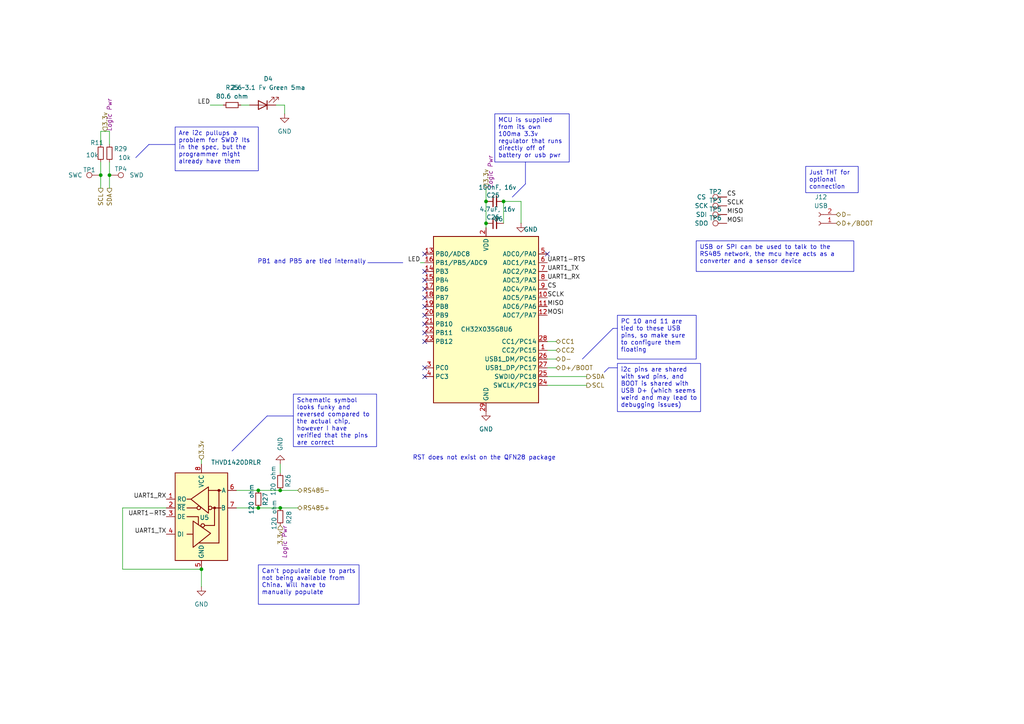
<source format=kicad_sch>
(kicad_sch (version 20250114) (generator "eeschema") (generator_version "9.0")
  (paper "A4")
  (title_block (title "Klipper-To-CACKLE") (date "2025-04-05") (rev "V1") (company "Author: Asher Edwards") (comment 1 "Licensed under CERN-OHL-S"))
  (lib_symbols
    (symbol "Connector:Conn_01x02_Socket" (pin_names (offset 1.016) (hide yes))
      (property "Reference" "J" (at 0 2.54 0))
      (property "Value" "Conn_01x02_Socket" (at 0 -5.08 0))
      (symbol "Conn_01x02_Socket_1_1"
        (polyline (pts (xy -1.27 0) (xy -0.508 0)) (stroke (width 0.1524)))
        (polyline (pts (xy -1.27 -2.54) (xy -0.508 -2.54)) (stroke (width 0.1524)))
        (arc (start 0 -0.508) (mid -0.5058 0) (end 0 0.508) (stroke (width 0.1524)))
        (arc (start 0 -3.048) (mid -0.5058 -2.54) (end 0 -2.032) (stroke (width 0.1524)))
        (pin passive line (at -5.08 0 0) (length 3.81) (name "Pin_1") (number "1"))
        (pin passive line (at -5.08 -2.54 0) (length 3.81) (name "Pin_2") (number "2"))
      )
    )
    (symbol "Connector:TestPoint" (pin_numbers (hide yes)) (pin_names (offset 0.762) (hide yes))
      (property "Reference" "TP" (at 0 6.858 0))
      (property "Value" "TestPoint" (at 0 5.08 0))
      (symbol "TestPoint_0_1"
        (circle (center 0 3.302) (radius 0.762))
      )
      (symbol "TestPoint_1_1"
        (pin passive line (at 0 0 90) (length 2.54) (name "1") (number "1"))
      )
    )
    (symbol "Device:C_Small" (pin_numbers (hide yes)) (pin_names (offset 0.254) (hide yes))
      (property "Reference" "C" (at 0.254 1.778 0))
      (property "Value" "C_Small" (at 0.254 -2.032 0))
      (symbol "C_Small_0_1"
        (polyline (pts (xy -1.524 0.508) (xy 1.524 0.508)) (stroke (width 0.3048)))
        (polyline (pts (xy -1.524 -0.508) (xy 1.524 -0.508)) (stroke (width 0.3302)))
      )
      (symbol "C_Small_1_1"
        (pin passive line (at 0 2.54 270) (length 2.032) (name "~") (number "1"))
        (pin passive line (at 0 -2.54 90) (length 2.032) (name "~") (number "2"))
      )
    )
    (symbol "Device:LED" (pin_numbers (hide yes)) (pin_names (offset 1.016) (hide yes))
      (property "Reference" "D" (at 0 2.54 0))
      (property "Value" "LED" (at 0 -2.54 0))
      (symbol "LED_0_1"
        (polyline (pts (xy -3.048 -0.762) (xy -4.572 -2.286) (xy -3.81 -2.286) (xy -4.572 -2.286) (xy -4.572 -1.524)))
        (polyline (pts (xy -1.778 -0.762) (xy -3.302 -2.286) (xy -2.54 -2.286) (xy -3.302 -2.286) (xy -3.302 -1.524)))
        (polyline (pts (xy -1.27 0) (xy 1.27 0)))
        (polyline (pts (xy -1.27 -1.27) (xy -1.27 1.27)) (stroke (width 0.254)))
        (polyline (pts (xy 1.27 -1.27) (xy 1.27 1.27) (xy -1.27 0) (xy 1.27 -1.27)) (stroke (width 0.254)))
      )
      (symbol "LED_1_1"
        (pin passive line (at -3.81 0 0) (length 2.54) (name "K") (number "1"))
        (pin passive line (at 3.81 0 180) (length 2.54) (name "A") (number "2"))
      )
    )
    (symbol "Device:R_Small" (pin_numbers (hide yes)) (pin_names (offset 0.254) (hide yes))
      (property "Reference" "R" (at 0.762 0.508 0))
      (property "Value" "R_Small" (at 0.762 -1.016 0))
      (symbol "R_Small_0_1"
        (rectangle (start -0.762 1.778) (end 0.762 -1.778) (stroke (width 0.2032)))
      )
      (symbol "R_Small_1_1"
        (pin passive line (at 0 2.54 270) (length 0.762) (name "~") (number "1"))
        (pin passive line (at 0 -2.54 90) (length 0.762) (name "~") (number "2"))
      )
    )
    (symbol "Interface_UART:THVD1420D"
      (property "Reference" "U" (at -6.096 11.43 0))
      (property "Value" "THVD1420D" (at 0.762 11.43 0))
      (symbol "THVD1420D_0_1"
        (rectangle (start -7.62 12.7) (end 7.62 -12.7) (stroke (width 0.254)) (fill (type background)))
        (polyline (pts (xy -4.191 2.54) (xy -1.27 2.54)) (stroke (width 0.254)))
        (polyline (pts (xy -4.191 0) (xy -0.889 0) (xy -0.889 -2.286)) (stroke (width 0.254)))
        (polyline (pts (xy -3.175 5.08) (xy -4.191 5.08) (xy -4.064 5.08)) (stroke (width 0.254)))
        (polyline (pts (xy -2.54 -5.08) (xy -4.191 -5.08)) (stroke (width 0.254)))
        (polyline (pts (xy -2.413 -5.08) (xy -2.413 -1.27) (xy 2.667 -4.826) (xy -2.413 -8.89) (xy -2.413 -5.08)) (stroke (width 0.254)))
        (polyline (pts (xy -0.635 -7.62) (xy 5.08 -7.62)) (stroke (width 0.254)))
        (circle (center 0.381 -2.54) (radius 0.508) (stroke (width 0.254)))
        (polyline (pts (xy 0.889 -2.54) (xy 3.81 -2.54)) (stroke (width 0.254)))
        (polyline (pts (xy 2.032 7.62) (xy 5.715 7.62)) (stroke (width 0.254)))
        (polyline (pts (xy 3.048 2.54) (xy 5.715 2.54)) (stroke (width 0.254)))
        (circle (center 3.81 2.54) (radius 0.2794) (stroke (width 0.254)) (fill (type outline)))
        (polyline (pts (xy 3.81 -2.54) (xy 3.81 2.54)) (stroke (width 0.254)))
        (polyline (pts (xy 5.08 -7.62) (xy 5.08 7.62)) (stroke (width 0.254)))
      )
      (symbol "THVD1420D_1_1"
        (circle (center -0.762 2.54) (radius 0.508) (stroke (width 0.254)))
        (polyline (pts (xy 2.032 4.826) (xy 2.032 8.636) (xy -3.048 5.08) (xy 2.032 1.016) (xy 2.032 4.826)) (stroke (width 0.254)))
        (circle (center 2.54 2.54) (radius 0.508) (stroke (width 0.254)))
        (circle (center 5.08 7.62) (radius 0.2794) (stroke (width 0.254)) (fill (type outline)))
        (pin output line (at -10.16 5.08 0) (length 2.54) (name "RO") (number "1"))
        (pin input line (at -10.16 2.54 0) (length 2.54) (name "~{RE}") (number "2"))
        (pin input line (at -10.16 0 0) (length 2.54) (name "DE") (number "3"))
        (pin input line (at -10.16 -5.08 0) (length 2.54) (name "DI") (number "4"))
        (pin power_in line (at 0 15.24 270) (length 2.54) (name "VCC") (number "8"))
        (pin power_in line (at 0 -15.24 90) (length 2.54) (name "GND") (number "5"))
        (pin bidirectional line (at 10.16 7.62 180) (length 2.54) (name "A") (number "6"))
        (pin bidirectional line (at 10.16 2.54 180) (length 2.54) (name "B") (number "7"))
      )
    )
    (symbol "power:GND" (power) (pin_numbers (hide yes)) (pin_names (offset 0) (hide yes))
      (property "Value" "GND" (at 0 -3.81 0))
      (symbol "GND_0_1"
        (polyline (pts (xy 0 0) (xy 0 -1.27) (xy 1.27 -1.27) (xy 0 -2.54) (xy -1.27 -1.27) (xy 0 -1.27)))
      )
      (symbol "GND_1_1"
        (pin power_in line (at 0 0 270) (length 0) (name "~") (number "1"))
      )
    )
    (symbol "wch_mcu:CH32X035G8U6"
      (property "Reference" "U" (at -5.08 -30.48 0))
      (property "Value" "CH32X035G8U6" (at 10.16 -30.48 0))
      (symbol "CH32X035G8U6_0_1"
        (rectangle (start -15.24 22.86) (end 15.24 -25.4) (stroke (width 0.254)) (fill (type background)))
      )
      (symbol "CH32X035G8U6_1_1"
        (pin bidirectional line (at -17.78 17.78 0) (length 2.54) (name "PB0/ADC8") (number "13"))
        (pin bidirectional line (at -17.78 15.24 0) (length 2.54) (name "PB1/PB5/ADC9") (number "16"))
        (pin bidirectional line (at -17.78 12.7 0) (length 2.54) (name "PB3") (number "14"))
        (pin bidirectional line (at -17.78 10.16 0) (length 2.54) (name "PB4") (number "15"))
        (pin bidirectional line (at -17.78 7.62 0) (length 2.54) (name "PB6") (number "17"))
        (pin bidirectional line (at -17.78 5.08 0) (length 2.54) (name "PB7") (number "18"))
        (pin bidirectional line (at -17.78 2.54 0) (length 2.54) (name "PB8") (number "19"))
        (pin bidirectional line (at -17.78 0 0) (length 2.54) (name "PB9") (number "20"))
        (pin bidirectional line (at -17.78 -2.54 0) (length 2.54) (name "PB10") (number "21"))
        (pin bidirectional line (at -17.78 -5.08 0) (length 2.54) (name "PB11") (number "22"))
        (pin bidirectional line (at -17.78 -7.62 0) (length 2.54) (name "PB12") (number "23"))
        (pin bidirectional line (at -17.78 -15.24 0) (length 2.54) (name "PC0") (number "3"))
        (pin bidirectional line (at -17.78 -17.78 0) (length 2.54) (name "PC3") (number "4"))
        (pin power_in line (at 0 25.4 270) (length 2.54) (name "VDD") (number "2"))
        (pin power_in line (at 0 -27.94 90) (length 2.54) (name "GND") (number "29"))
        (pin bidirectional line (at 17.78 17.78 180) (length 2.54) (name "ADC0/PA0") (number "5"))
        (pin bidirectional line (at 17.78 15.24 180) (length 2.54) (name "ADC1/PA1") (number "6"))
        (pin bidirectional line (at 17.78 12.7 180) (length 2.54) (name "ADC2/PA2") (number "7"))
        (pin bidirectional line (at 17.78 10.16 180) (length 2.54) (name "ADC3/PA3") (number "8"))
        (pin bidirectional line (at 17.78 7.62 180) (length 2.54) (name "ADC4/PA4") (number "9"))
        (pin bidirectional line (at 17.78 5.08 180) (length 2.54) (name "ADC5/PA5") (number "10"))
        (pin bidirectional line (at 17.78 2.54 180) (length 2.54) (name "ADC6/PA6") (number "11"))
        (pin bidirectional line (at 17.78 0 180) (length 2.54) (name "ADC7/PA7") (number "12"))
        (pin bidirectional line (at 17.78 -7.62 180) (length 2.54) (name "CC1/PC14") (number "28"))
        (pin bidirectional line (at 17.78 -10.16 180) (length 2.54) (name "CC2/PC15") (number "1"))
        (pin bidirectional line (at 17.78 -12.7 180) (length 2.54) (name "USB1_DM/PC16") (number "26"))
        (pin bidirectional line (at 17.78 -15.24 180) (length 2.54) (name "USB1_DP/PC17") (number "27"))
        (pin bidirectional line (at 17.78 -17.78 180) (length 2.54) (name "SWDIO/PC18") (number "25"))
        (pin bidirectional line (at 17.78 -20.32 180) (length 2.54) (name "SWCLK/PC19") (number "24"))
      )
    )
  )
  (text "RST does not exist on the QFN28 package" (at 140.462 132.842 0) (effects (font (size 1.27 1.27))))
  (text "PB1 and PB5 are tied internally" (at 90.424 75.946 0) (effects (font (size 1.27 1.27))))
  (text_box "i2c pins are shared with swd pins, and BOOT is shared with USB D+ (which seems weird and may lead to debugging issues)" (at 179.07 105.41 0) (size 24.13 13.97) (margins 0.9525 0.9525 0.9525 0.9525) (effects (font (size 1.27 1.27)) (justify left top)))
  (text_box "MCU is supplied from its own 100ma 3.3v regulator that runs directly off of battery or usb pwr" (at 143.51 33.02 0) (size 21.59 13.97) (margins 0.9525 0.9525 0.9525 0.9525) (effects (font (size 1.27 1.27)) (justify left top)))
  (text_box "USB or SPI can be used to talk to the RS485 network, the mcu here acts as a converter and a sensor device" (at 201.93 69.85 0) (size 45.72 8.89) (margins 0.9525 0.9525 0.9525 0.9525) (effects (font (size 1.27 1.27)) (justify left top)))
  (text_box "Just THT for optional connection" (at 233.68 48.26 0) (size 15.24 7.62) (margins 0.9525 0.9525 0.9525 0.9525) (effects (font (size 1.27 1.27)) (justify left top)))
  (text_box "PC 10 and 11 are tied to these USB pins, so make sure to configure them floating" (at 179.07 91.44 0) (size 22.86 12.7) (margins 0.9525 0.9525 0.9525 0.9525) (effects (font (size 1.27 1.27)) (justify left top)))
  (text_box "Can't populate due to parts not being available from China. Will have to manually populate" (at 74.93 163.83 0) (size 29.21 11.43) (margins 0.9525 0.9525 0.9525 0.9525) (effects (font (size 1.27 1.27)) (justify left top)))
  (text_box "Schematic symbol looks funky and reversed compared to the actual chip, however I have verified that the pins are correct" (at 85.09 114.3 0) (size 24.13 15.24) (margins 0.9525 0.9525 0.9525 0.9525) (effects (font (size 1.27 1.27)) (justify left top)))
  (text_box "Are i2c pullups a problem for SWD? Its in the spec, but the programmer might already have them" (at 50.8 36.83 0) (size 24.13 12.7) (margins 0.9525 0.9525 0.9525 0.9525) (effects (font (size 1.27 1.27)) (justify left top)))
  (junction (at 81.28 142.24))
  (junction (at 58.42 165.1))
  (junction (at 140.97 64.77))
  (junction (at 81.28 147.32))
  (junction (at 31.75 50.8))
  (junction (at 74.93 147.32))
  (junction (at 140.97 58.42))
  (junction (at 146.05 58.42))
  (junction (at 29.21 50.8))
  (junction (at 74.93 142.24))
  (no_connect (at 123.19 73.66))
  (no_connect (at 123.19 81.28))
  (no_connect (at 123.19 78.74))
  (no_connect (at 123.19 109.22))
  (no_connect (at 123.19 91.44))
  (no_connect (at 123.19 83.82))
  (no_connect (at 123.19 106.68))
  (no_connect (at 123.19 86.36))
  (no_connect (at 123.19 88.9))
  (no_connect (at 123.19 96.52))
  (no_connect (at 123.19 93.98))
  (no_connect (at 123.19 99.06))
  (no_connect (at 158.75 73.66))
  (polyline (pts (xy 67.31 130.81) (xy 77.47 120.65)))
  (polyline (pts (xy 106.68 76.2) (xy 116.84 76.2)))
  (wire (pts (xy 140.97 58.42) (xy 140.97 64.77)))
  (wire (pts (xy 58.42 170.18) (xy 58.42 165.1)))
  (wire (pts (xy 58.42 133.35) (xy 58.42 134.62)))
  (wire (pts (xy 158.75 109.22) (xy 170.18 109.22)))
  (wire (pts (xy 81.28 147.32) (xy 86.36 147.32)))
  (wire (pts (xy 29.21 38.1) (xy 31.75 38.1)))
  (wire (pts (xy 151.13 58.42) (xy 146.05 58.42)))
  (wire (pts (xy 80.01 30.48) (xy 82.55 30.48)))
  (polyline (pts (xy 152.4 46.99) (xy 152.4 53.34)))
  (wire (pts (xy 60.96 30.48) (xy 64.77 30.48)))
  (polyline (pts (xy 175.26 107.95) (xy 176.53 106.68)))
  (wire (pts (xy 31.75 41.91) (xy 31.75 38.1)))
  (wire (pts (xy 29.21 50.8) (xy 29.21 54.61)))
  (wire (pts (xy 82.55 30.48) (xy 82.55 33.02)))
  (wire (pts (xy 74.93 142.24) (xy 68.58 142.24)))
  (wire (pts (xy 161.29 104.14) (xy 158.75 104.14)))
  (polyline (pts (xy 148.59 57.15) (xy 152.4 53.34)))
  (wire (pts (xy 35.56 165.1) (xy 58.42 165.1)))
  (wire (pts (xy 48.26 147.32) (xy 35.56 147.32)))
  (polyline (pts (xy 50.8 41.91) (xy 43.18 41.91)))
  (wire (pts (xy 81.28 134.62) (xy 81.28 137.16)))
  (polyline (pts (xy 179.07 95.25) (xy 177.8 95.25)))
  (wire (pts (xy 29.21 50.8) (xy 29.21 46.99)))
  (polyline (pts (xy 168.91 104.14) (xy 177.8 95.25)))
  (polyline (pts (xy 85.09 120.65) (xy 77.47 120.65)))
  (wire (pts (xy 146.05 58.42) (xy 146.05 64.77)))
  (polyline (pts (xy 179.07 106.68) (xy 176.53 106.68)))
  (wire (pts (xy 31.75 50.8) (xy 31.75 46.99)))
  (wire (pts (xy 158.75 111.76) (xy 170.18 111.76)))
  (wire (pts (xy 140.97 54.61) (xy 140.97 58.42)))
  (wire (pts (xy 161.29 106.68) (xy 158.75 106.68)))
  (wire (pts (xy 151.13 64.77) (xy 151.13 58.42)))
  (wire (pts (xy 121.92 76.2) (xy 123.19 76.2)))
  (wire (pts (xy 74.93 147.32) (xy 68.58 147.32)))
  (wire (pts (xy 69.85 30.48) (xy 72.39 30.48)))
  (wire (pts (xy 161.29 101.6) (xy 158.75 101.6)))
  (wire (pts (xy 161.29 99.06) (xy 158.75 99.06)))
  (wire (pts (xy 74.93 147.32) (xy 81.28 147.32)))
  (wire (pts (xy 140.97 64.77) (xy 140.97 66.04)))
  (wire (pts (xy 31.75 54.61) (xy 31.75 50.8)))
  (wire (pts (xy 29.21 38.1) (xy 29.21 41.91)))
  (wire (pts (xy 81.28 142.24) (xy 86.36 142.24)))
  (wire (pts (xy 35.56 147.32) (xy 35.56 165.1)))
  (polyline (pts (xy 39.37 45.72) (xy 43.18 41.91)))
  (wire (pts (xy 81.28 142.24) (xy 74.93 142.24)))
  (label "MOSI" (at 210.82 64.77 0))
  (label "CS" (at 210.82 57.15 0))
  (label "UART1-RTS" (at 158.75 76.2 0))
  (label "SCLK" (at 158.75 86.36 0))
  (label "SCLK" (at 210.82 59.69 0))
  (label "MOSI" (at 158.75 91.44 0))
  (label "MISO" (at 158.75 88.9 0))
  (label "LED" (at 121.92 76.2 180))
  (label "UART1-RTS" (at 48.26 149.86 180))
  (label "UART1_TX" (at 48.26 154.94 180))
  (label "MISO" (at 210.82 62.23 0))
  (label "UART1_TX" (at 158.75 78.74 0))
  (label "UART1_RX" (at 48.26 144.78 180))
  (label "UART1_RX" (at 158.75 81.28 0))
  (label "CS" (at 158.75 83.82 0))
  (label "LED" (at 60.96 30.48 180))
  (hierarchical_label "3.3v" (shape input) (at 140.97 54.61 90) (property "Netclass" "Logic Pwr" (at 142.24 54.61 90) (effects (font (italic yes)) (justify left))))
  (hierarchical_label "D+{slash}BOOT" (shape bidirectional) (at 161.29 106.68 0))
  (hierarchical_label "SDA" (shape output) (at 170.18 109.22 0))
  (hierarchical_label "CC2" (shape bidirectional) (at 161.29 101.6 0))
  (hierarchical_label "D-" (shape bidirectional) (at 161.29 104.14 0))
  (hierarchical_label "SDA" (shape output) (at 31.75 54.61 270))
  (hierarchical_label "RS485-" (shape bidirectional) (at 86.36 142.24 0))
  (hierarchical_label "SCL" (shape output) (at 170.18 111.76 0))
  (hierarchical_label "RS485+" (shape bidirectional) (at 86.36 147.32 0))
  (hierarchical_label "3.3v" (shape input) (at 58.42 133.35 90))
  (hierarchical_label "D+{slash}BOOT" (shape bidirectional) (at 242.57 64.77 0))
  (hierarchical_label "D-" (shape bidirectional) (at 242.57 62.23 0))
  (hierarchical_label "3.3v" (shape input) (at 81.28 152.4 270) (property "Netclass" "Logic Pwr" (at 82.55 152.4 90) (effects (font (italic yes)) (justify right))))
  (hierarchical_label "3.3v" (shape input) (at 30.48 38.1 90) (property "Netclass" "Logic Pwr" (at 31.75 38.1 90) (effects (font (italic yes)) (justify left))))
  (hierarchical_label "SCL" (shape output) (at 29.21 54.61 270))
  (hierarchical_label "CC1" (shape bidirectional) (at 161.29 99.06 0))
  (symbol (lib_id "Connector:TestPoint") (at 29.21 50.8 90) (unit 1) (in_bom no)
    (property "Reference" "TP1" (at 25.908 49.276 90))
    (property "Value" "SWC" (at 21.844 50.8 90))
    (property "Footprint" "TestPoint:TestPoint_Pad_D1.0mm" (effects (hide yes)))
    (property "Description" "test point" (effects (hide yes)))
  )
  (symbol (lib_id "Device:LED") (at 76.2 30.48 180) (unit 1)
    (property "Reference" "D4" (at 77.7875 22.86 0))
    (property "Value" "2.6~3.1 Fv Green 5ma" (at 77.7875 25.4 0))
    (property "Footprint" "LED_SMD:LED_0603_1608Metric_Pad1.05x0.95mm_HandSolder" (effects (hide yes)))
    (property "Description" "Light emitting diode" (effects (hide yes)))
    (property "LCSC" "C3028858" (effects (hide yes)))
  )
  (symbol (lib_id "Device:R_Small") (at 29.21 44.45 180) (unit 1)
    (property "Reference" "R11" (at 26.162 41.402 0) (effects (justify right)))
    (property "Value" "10k" (at 24.892 44.958 0) (effects (justify right)))
    (property "Footprint" "Resistor_SMD:R_0402_1005Metric" (effects (hide yes)))
    (property "Description" "Resistor, small symbol" (effects (hide yes)))
    (property "LCSC" "C25744" (effects (hide yes)))
  )
  (symbol (lib_id "Device:R_Small") (at 74.93 144.78 0) (unit 1)
    (property "Reference" "R27" (at 76.962 144.78 90))
    (property "Value" "120 ohm" (at 72.898 144.78 90))
    (property "Footprint" "Resistor_SMD:R_0402_1005Metric" (effects (hide yes)))
    (property "Description" "Resistor, small symbol" (effects (hide yes)))
    (property "LCSC" "C25079" (effects (hide yes)))
  )
  (symbol (lib_id "Device:R_Small") (at 81.28 139.7 180) (unit 1)
    (property "Reference" "R26" (at 83.566 139.446 90))
    (property "Value" "120 ohm" (at 79.248 139.446 90))
    (property "Footprint" "Resistor_SMD:R_0402_1005Metric" (effects (hide yes)))
    (property "Description" "Resistor, small symbol" (effects (hide yes)))
    (property "LCSC" "C25079" (effects (hide yes)))
  )
  (symbol (lib_id "Connector:TestPoint") (at 210.82 62.23 90) (unit 1) (in_bom no)
    (property "Reference" "TP5" (at 207.518 60.706 90))
    (property "Value" "SDI" (at 203.454 62.23 90))
    (property "Footprint" "TestPoint:TestPoint_Pad_D1.0mm" (effects (hide yes)))
    (property "Description" "test point" (effects (hide yes)))
  )
  (symbol (lib_id "Connector:TestPoint") (at 210.82 64.77 90) (unit 1) (in_bom no)
    (property "Reference" "TP6" (at 207.518 63.246 90))
    (property "Value" "SDO" (at 203.454 64.77 90))
    (property "Footprint" "TestPoint:TestPoint_Pad_D1.0mm" (effects (hide yes)))
    (property "Description" "test point" (effects (hide yes)))
  )
  (symbol (lib_id "power:GND") (at 151.13 64.77 0) (unit 1)
    (property "Reference" "#PWR033" (effects (hide yes)))
    (property "Value" "GND" (at 153.924 66.548 0))
    (property "Description" "Power symbol creates a global label with name \"GND\" , ground" (effects (hide yes)))
  )
  (symbol (lib_id "Device:R_Small") (at 67.31 30.48 90) (unit 1)
    (property "Reference" "R25" (at 67.31 25.4 90))
    (property "Value" "80.6 ohm" (at 67.31 27.94 90))
    (property "Footprint" "Resistor_SMD:R_0402_1005Metric" (effects (hide yes)))
    (property "Description" "Resistor, small symbol" (effects (hide yes)))
    (property "LCSC" "C185392" (effects (hide yes)))
  )
  (symbol (lib_id "power:GND") (at 81.28 134.62 180) (unit 1)
    (property "Reference" "#PWR036" (effects (hide yes)))
    (property "Value" "GND" (at 81.2801 130.81 90) (effects (justify right)))
    (property "Description" "Power symbol creates a global label with name \"GND\" , ground" (effects (hide yes)))
  )
  (symbol (lib_id "Connector:TestPoint") (at 210.82 57.15 90) (unit 1) (in_bom no)
    (property "Reference" "TP2" (at 207.518 55.626 90))
    (property "Value" "CS" (at 203.454 57.15 90))
    (property "Footprint" "TestPoint:TestPoint_Pad_D1.0mm" (effects (hide yes)))
    (property "Description" "test point" (effects (hide yes)))
  )
  (symbol (lib_id "Connector:TestPoint") (at 210.82 59.69 90) (unit 1) (in_bom no)
    (property "Reference" "TP3" (at 207.518 58.166 90))
    (property "Value" "SCK" (at 203.454 59.69 90))
    (property "Footprint" "TestPoint:TestPoint_Pad_D1.0mm" (effects (hide yes)))
    (property "Description" "test point" (effects (hide yes)))
  )
  (symbol (lib_id "power:GND") (at 82.55 33.02 0) (unit 1)
    (property "Reference" "#PWR031" (effects (hide yes)))
    (property "Value" "GND" (at 82.55 38.1 0))
    (property "Description" "Power symbol creates a global label with name \"GND\" , ground" (effects (hide yes)))
  )
  (symbol (lib_id "Device:C_Small") (at 143.51 58.42 90) (unit 1)
    (property "Reference" "C25" (at 143.002 56.642 90))
    (property "Value" "100nF, 16v" (at 144.272 54.356 90))
    (property "Footprint" "Capacitor_SMD:C_0402_1005Metric" (effects (hide yes)))
    (property "Description" "Unpolarized capacitor, small symbol" (effects (hide yes)))
    (property "LCSC" "C1525" (effects (hide yes)))
  )
  (symbol (lib_id "wch_mcu:CH32X035G8U6") (at 140.97 91.44 0) (unit 1)
    (property "Reference" "U6" (at 143.1641 63.5 0) (effects (justify left)))
    (property "Value" "CH32X035G8U6" (at 133.604 95.504 0) (effects (justify left)))
    (property "Footprint" "Package_DFN_QFN:QFN-28-1EP_4x4mm_P0.4mm_EP2.8x2.8mm" (effects (hide yes)))
    (property "LCSC" "C7437027" (effects (hide yes)))
    (property "Rotation Offset" "180" (effects (hide yes)))
  )
  (symbol (lib_id "Interface_UART:THVD1420D") (at 58.42 149.86 0) (unit 1)
    (property "Reference" "U5" (at 57.912 150.114 0) (effects (justify left)))
    (property "Value" "THVD1420DRLR" (at 61.214 134.112 0) (effects (justify left)))
    (property "Footprint" "Package_TO_SOT_SMD:SOT-583-8" (effects (hide yes)))
    (property "Datasheet" "https://www.ti.com/lit/ds/symlink/thvd1420.pdf" (effects (hide yes)))
    (property "Description" "Half duplex RS-485/RS-422, 12 Mbps, 3V - 5.5V supply, ±12kV electro-static discharge (ESD) protection, with receiver/driver enable, 32 receiver drive capacity, SOIC-8" (effects (hide yes)))
  )
  (symbol (lib_id "Connector:TestPoint") (at 31.75 50.8 270) (unit 1) (in_bom no)
    (property "Reference" "TP4" (at 35.052 49.022 90))
    (property "Value" "SWD" (at 39.624 50.8 90))
    (property "Footprint" "TestPoint:TestPoint_Pad_D1.0mm" (effects (hide yes)))
    (property "Description" "test point" (effects (hide yes)))
  )
  (symbol (lib_id "power:GND") (at 58.42 170.18 0) (unit 1)
    (property "Reference" "#PWR034" (effects (hide yes)))
    (property "Value" "GND" (at 58.42 175.26 0))
    (property "Description" "Power symbol creates a global label with name \"GND\" , ground" (effects (hide yes)))
  )
  (symbol (lib_id "power:GND") (at 140.97 119.38 0) (unit 1)
    (property "Reference" "#PWR030" (effects (hide yes)))
    (property "Value" "GND" (at 140.97 124.46 0))
    (property "Description" "Power symbol creates a global label with name \"GND\" , ground" (effects (hide yes)))
  )
  (symbol (lib_id "Device:R_Small") (at 81.28 149.86 180) (unit 1)
    (property "Reference" "R28" (at 83.82 150.114 90))
    (property "Value" "120 ohm" (at 79.502 149.352 90))
    (property "Footprint" "Resistor_SMD:R_0402_1005Metric" (effects (hide yes)))
    (property "Description" "Resistor, small symbol" (effects (hide yes)))
    (property "LCSC" "C25079" (effects (hide yes)))
  )
  (symbol (lib_id "Connector:Conn_01x02_Socket") (at 237.49 64.77 180) (unit 1) (in_bom no)
    (property "Reference" "J12" (at 238.125 57.15 0))
    (property "Value" "USB" (at 238.125 59.69 0))
    (property "Footprint" "Connector_PinHeader_1.27mm:PinHeader_1x02_P1.27mm_Vertical" (effects (hide yes)))
    (property "Description" "Generic connector, single row, 01x02, script generated" (effects (hide yes)))
  )
  (symbol (lib_id "Device:R_Small") (at 31.75 44.45 180) (unit 1)
    (property "Reference" "R29" (at 33.02 43.18 0) (effects (justify right)))
    (property "Value" "10k" (at 34.29 45.7199 0) (effects (justify right)))
    (property "Footprint" "Resistor_SMD:R_0402_1005Metric" (effects (hide yes)))
    (property "Description" "Resistor, small symbol" (effects (hide yes)))
    (property "LCSC" "C25744" (effects (hide yes)))
  )
  (symbol (lib_id "Device:C_Small") (at 143.51 64.77 90) (unit 1)
    (property "Reference" "C26" (at 143.002 62.992 90))
    (property "Value" "4.7uF, 16v" (at 144.272 60.706 90))
    (property "Footprint" "Capacitor_SMD:C_0603_1608Metric" (effects (hide yes)))
    (property "Description" "Unpolarized capacitor, small symbol" (effects (hide yes)))
    (property "LCSC" "C19666" (effects (hide yes)))
  )
)
</source>
